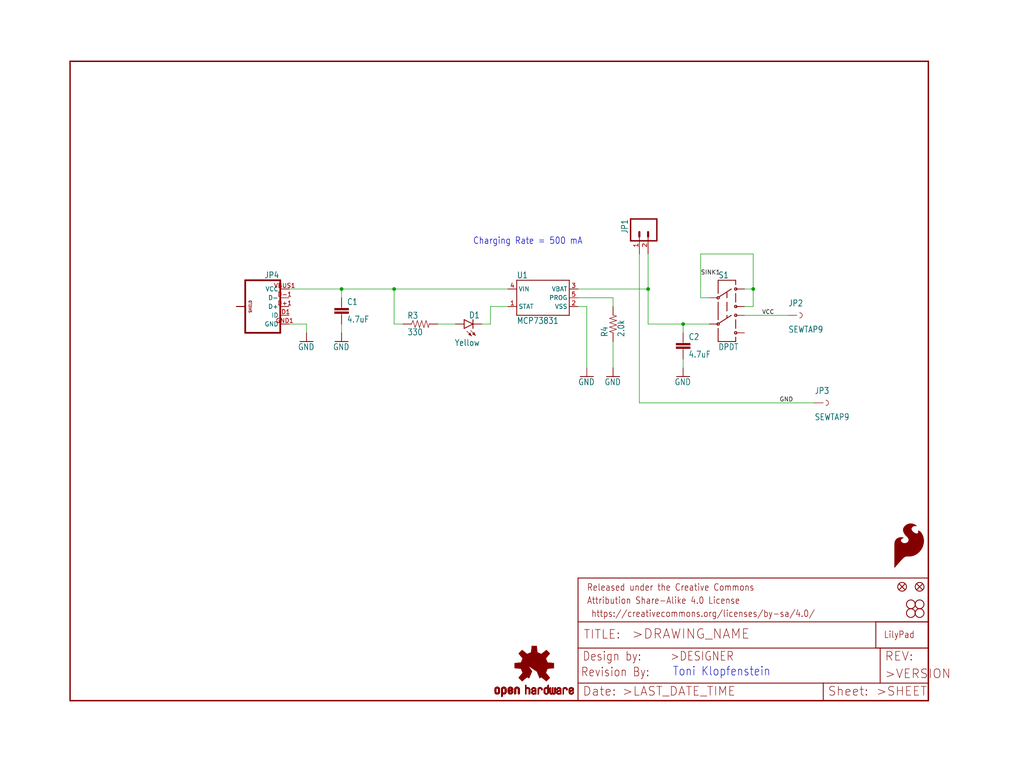
<source format=kicad_sch>
(kicad_sch (version 20211123) (generator eeschema)
  (paper "User" 297.002 223.926)
  (lib_symbols
    (symbol "eagleSchem-eagle-import:2.0KOHM1{slash}10W5%(0603)"
      (property "Reference" "R" (at -3.81 1.4986 0))
      (property "Value" "2.0KOHM1{slash}10W5%(0603)" (at -3.81 -3.302 0))
      (symbol "2.0KOHM1{slash}10W5%(0603)_1_0"
        (pin passive line (at -5.08 0 0) (length 2.54) (name "1") (number "1"))
        (pin passive line (at 5.08 0 180) (length 2.54) (name "2") (number "2"))
      )
    )
    (symbol "eagleSchem-eagle-import:330OHM1{slash}10W1%(0603)"
      (property "Reference" "R" (at -3.81 1.4986 0))
      (property "Value" "330OHM1{slash}10W1%(0603)" (at -3.81 -3.302 0))
      (symbol "330OHM1{slash}10W1%(0603)_1_0"
        (pin passive line (at -5.08 0 0) (length 2.54) (name "1") (number "1"))
        (pin passive line (at 5.08 0 180) (length 2.54) (name "2") (number "2"))
      )
    )
    (symbol "eagleSchem-eagle-import:4.7UF-6.3V-10%(0603)0603"
      (property "Reference" "C" (at 1.524 2.921 0))
      (property "Value" "4.7UF-6.3V-10%(0603)0603" (at 1.524 -2.159 0))
      (symbol "4.7UF-6.3V-10%(0603)0603_1_0"
        (pin passive line (at 0 5.08 270) (length 2.54) (name "1") (number "1"))
        (pin passive line (at 0 -2.54 90) (length 2.54) (name "2") (number "2"))
      )
    )
    (symbol "eagleSchem-eagle-import:FIDUCIAL1X2")
    (symbol "eagleSchem-eagle-import:FRAME-LETTER"
      (symbol "FRAME-LETTER_2_0"
        (text " https://creativecommons.org/licenses/by-sa/4.0/" (at 2.54 24.13 0) (effects (font (size 1.9304 1.6408)) (justify left bottom)))
        (text ">DESIGNER" (at 26.67 11.43 0) (effects (font (size 2.54 2.159)) (justify left bottom)))
        (text ">DRAWING_NAME" (at 15.494 17.78 0) (effects (font (size 2.7432 2.7432)) (justify left bottom)))
        (text ">LAST_DATE_TIME" (at 12.7 1.27 0) (effects (font (size 2.54 2.54)) (justify left bottom)))
        (text ">SHEET" (at 86.36 1.27 0) (effects (font (size 2.54 2.54)) (justify left bottom)))
        (text ">VERSION" (at 88.9 6.35 0) (effects (font (size 2.54 2.54)) (justify left bottom)))
        (text "Attribution Share-Alike 4.0 License" (at 2.54 27.94 0) (effects (font (size 1.9304 1.6408)) (justify left bottom)))
        (text "Date:" (at 1.27 1.27 0) (effects (font (size 2.54 2.54)) (justify left bottom)))
        (text "Design by:" (at 1.27 11.43 0) (effects (font (size 2.54 2.159)) (justify left bottom)))
        (text "Released under the Creative Commons" (at 2.54 31.75 0) (effects (font (size 1.9304 1.6408)) (justify left bottom)))
        (text "REV:" (at 88.9 11.43 0) (effects (font (size 2.54 2.54)) (justify left bottom)))
        (text "Sheet:" (at 72.39 1.27 0) (effects (font (size 2.54 2.54)) (justify left bottom)))
        (text "TITLE:" (at 1.524 17.78 0) (effects (font (size 2.54 2.54)) (justify left bottom)))
      )
    )
    (symbol "eagleSchem-eagle-import:GND" (power)
      (property "Value" "GND" (at -2.54 -2.54 0))
      (symbol "GND_1_0"
        (pin power_in line (at 0 2.54 270) (length 2.54) (name "GND") (number "1"))
      )
    )
    (symbol "eagleSchem-eagle-import:LED-YELLOW0603"
      (property "Reference" "D" (at 3.556 -4.572 90))
      (property "Value" "LED-YELLOW0603" (at 5.715 -4.572 90))
      (symbol "LED-YELLOW0603_1_0"
        (pin passive line (at 0 2.54 270) (length 2.54) (name "A") (number "A"))
        (pin passive line (at 0 -5.08 90) (length 2.54) (name "C") (number "C"))
      )
    )
    (symbol "eagleSchem-eagle-import:LOGO-LPLP"
      (symbol "LOGO-LPLP_1_0"
        (text "LilyPad" (at -0.254 0.254 0) (effects (font (size 1.9304 1.6408)) (justify left bottom)))
      )
    )
    (symbol "eagleSchem-eagle-import:M02-JST-2MM-SMT"
      (property "Reference" "JP" (at -2.54 5.842 0))
      (property "Value" "M02-JST-2MM-SMT" (at -2.54 -5.08 0))
      (symbol "M02-JST-2MM-SMT_1_0"
        (pin passive line (at 7.62 2.54 180) (length 5.08) (name "2") (number "1"))
        (pin passive line (at 7.62 0 180) (length 5.08) (name "1") (number "2"))
      )
    )
    (symbol "eagleSchem-eagle-import:MCP73831"
      (property "Reference" "U" (at -7.62 5.588 0))
      (property "Value" "MCP73831" (at -7.62 -7.62 0))
      (symbol "MCP73831_1_0"
        (pin output line (at -10.16 -2.54 0) (length 2.54) (name "STAT") (number "1"))
        (pin power_in line (at 10.16 -2.54 180) (length 2.54) (name "VSS") (number "2"))
        (pin power_in line (at 10.16 2.54 180) (length 2.54) (name "VBAT") (number "3"))
        (pin power_in line (at -10.16 2.54 0) (length 2.54) (name "VIN") (number "4"))
        (pin input line (at 10.16 0 180) (length 2.54) (name "PROG") (number "5"))
      )
    )
    (symbol "eagleSchem-eagle-import:OSHW-LOGOS")
    (symbol "eagleSchem-eagle-import:REVISION"
      (symbol "REVISION_1_0"
        (text "Revision By: " (at 0 0 0) (effects (font (size 2.54 2.159)) (justify left bottom)))
      )
    )
    (symbol "eagleSchem-eagle-import:SEW-HOLE-NO-PAD")
    (symbol "eagleSchem-eagle-import:SEWTAP9"
      (property "Reference" "JP" (at -2.54 2.54 0))
      (property "Value" "SEWTAP9" (at -2.54 -5.08 0))
      (symbol "SEWTAP9_1_0"
        (pin bidirectional line (at -2.54 0 180) (length 0) (name "1") (number "1"))
      )
    )
    (symbol "eagleSchem-eagle-import:SFE_LOGO_FLAME.1_INCH")
    (symbol "eagleSchem-eagle-import:SWITCH-DPDTAYZ0202"
      (property "Reference" "S" (at -2.54 8.128 0))
      (property "Value" "SWITCH-DPDTAYZ0202" (at -2.54 -12.7 0))
      (symbol "SWITCH-DPDTAYZ0202_1_0"
        (pin bidirectional line (at 5.08 5.08 180) (length 2.54) (name "1") (number "1"))
        (pin bidirectional line (at -5.08 2.54 0) (length 2.54) (name "2") (number "2"))
        (pin bidirectional line (at 5.08 0 180) (length 2.54) (name "3") (number "3"))
        (pin bidirectional line (at 5.08 -2.54 180) (length 2.54) (name "4") (number "4"))
        (pin bidirectional line (at -5.08 -5.08 0) (length 2.54) (name "5") (number "5"))
        (pin bidirectional line (at 5.08 -7.62 180) (length 2.54) (name "6") (number "6"))
      )
    )
    (symbol "eagleSchem-eagle-import:USB_MICROB_PLUGCONN-11752"
      (property "Reference" "JP" (at -4.826 8.128 0))
      (property "Value" "USB_MICROB_PLUGCONN-11752" (at -5.08 -9.906 0))
      (symbol "USB_MICROB_PLUGCONN-11752_1_0"
        (text "SHIELD" (at 4.064 0 900) (effects (font (size 0.8128 0.6908)) (justify bottom)))
        (pin bidirectional line (at -7.62 0 0) (length 2.54) (name "D+") (number "D+1"))
        (pin bidirectional line (at -7.62 2.54 0) (length 2.54) (name "D-") (number "D-1"))
        (pin bidirectional line (at -7.62 -5.08 0) (length 2.54) (name "GND") (number "GND1"))
        (pin bidirectional line (at -7.62 -2.54 0) (length 2.54) (name "ID") (number "ID1"))
        (pin bidirectional line (at 7.62 0 180) (length 2.54) (name "SHIELD") (number "SHIELD1"))
        (pin bidirectional line (at 7.62 0 180) (length 2.54) (name "SHIELD") (number "SHIELD2"))
        (pin bidirectional line (at 7.62 0 180) (length 2.54) (name "SHIELD") (number "SHIELD3"))
        (pin bidirectional line (at -7.62 5.08 0) (length 2.54) (name "VCC") (number "VBUS1"))
      )
    )
  )
  (junction (at 99.06 83.82))
  (junction (at 187.96 83.82))
  (junction (at 198.12 93.98))
  (junction (at 114.3 83.82))
  (junction (at 218.44 83.82))
  (wire (pts (xy 99.06 83.82) (xy 114.3 83.82)))
  (wire (pts (xy 185.42 116.84) (xy 185.42 73.66)))
  (wire (pts (xy 99.06 83.82) (xy 99.06 86.36)))
  (wire (pts (xy 147.32 88.9) (xy 142.24 88.9)))
  (wire (pts (xy 218.44 73.66) (xy 203.2 73.66)))
  (wire (pts (xy 170.18 88.9) (xy 170.18 106.68)))
  (wire (pts (xy 167.64 86.36) (xy 177.8 86.36)))
  (wire (pts (xy 83.82 93.98) (xy 88.9 93.98)))
  (wire (pts (xy 198.12 93.98) (xy 198.12 96.52)))
  (wire (pts (xy 177.8 99.06) (xy 177.8 106.68)))
  (wire (pts (xy 167.64 88.9) (xy 170.18 88.9)))
  (wire (pts (xy 198.12 93.98) (xy 205.74 93.98)))
  (wire (pts (xy 99.06 93.98) (xy 99.06 96.52)))
  (wire (pts (xy 215.9 91.44) (xy 228.6 91.44)))
  (wire (pts (xy 132.08 93.98) (xy 127 93.98)))
  (wire (pts (xy 185.42 116.84) (xy 236.22 116.84)))
  (wire (pts (xy 187.96 73.66) (xy 187.96 83.82)))
  (wire (pts (xy 187.96 93.98) (xy 198.12 93.98)))
  (wire (pts (xy 167.64 83.82) (xy 187.96 83.82)))
  (wire (pts (xy 177.8 86.36) (xy 177.8 88.9)))
  (wire (pts (xy 114.3 93.98) (xy 114.3 83.82)))
  (wire (pts (xy 203.2 73.66) (xy 203.2 86.36)))
  (wire (pts (xy 187.96 83.82) (xy 187.96 93.98)))
  (wire (pts (xy 116.84 93.98) (xy 114.3 93.98)))
  (wire (pts (xy 142.24 93.98) (xy 139.7 93.98)))
  (wire (pts (xy 88.9 93.98) (xy 88.9 96.52)))
  (wire (pts (xy 215.9 88.9) (xy 218.44 88.9)))
  (wire (pts (xy 114.3 83.82) (xy 147.32 83.82)))
  (wire (pts (xy 215.9 83.82) (xy 218.44 83.82)))
  (wire (pts (xy 83.82 83.82) (xy 99.06 83.82)))
  (wire (pts (xy 218.44 83.82) (xy 218.44 73.66)))
  (wire (pts (xy 198.12 104.14) (xy 198.12 106.68)))
  (wire (pts (xy 218.44 88.9) (xy 218.44 83.82)))
  (wire (pts (xy 142.24 88.9) (xy 142.24 93.98)))
  (wire (pts (xy 203.2 86.36) (xy 205.74 86.36)))
  (text "Toni Klopfenstein" (at 195.072 196.342 180) (effects (font (size 2.54 2.159)) (justify left bottom)))
  (text "Charging Rate = 500 mA" (at 137.16 71.12 180) (effects (font (size 1.9304 1.6408)) (justify left bottom)))
  (label "SINK1" (at 203.2 80.01 0) (effects (font (size 1.2446 1.2446))))
  (label "VCC" (at 220.98 91.44 0) (effects (font (size 1.1735 1.1735))))
  (label "GND" (at 226.06 116.84 0) (effects (font (size 1.2446 1.2446))))
  (symbol (lib_id "eagleSchem-eagle-import:LED-YELLOW0603") (at 134.62 93.98 90) (unit 1)
    (property "Reference" "D1" (at 139.192 90.424 90) (effects (font (size 1.778 1.5113)) (justify left bottom)))
    (property "Value" "Yellow" (at 139.192 98.425 90) (effects (font (size 1.778 1.5113)) (justify left bottom)))
    (property "Footprint" "eagleSchem:LED-0603" (effects hide))
  )
  (symbol (lib_id "eagleSchem-eagle-import:SEW-HOLE-NO-PAD") (at 264.16 175.26 0) (unit 1)
    (property "Reference" "STANDOFF2" (effects hide))
    (property "Value" "SEW-HOLE-NO-PAD" (effects hide))
    (property "Footprint" "eagleSchem:SEW-HOLE-NO-PAD" (effects hide))
  )
  (symbol (lib_id "eagleSchem-eagle-import:GND") (at 177.8 109.22 0) (unit 1)
    (property "Reference" "#GND5" (effects hide))
    (property "Value" "GND" (at 175.26 111.76 0) (effects (font (size 1.778 1.5113)) (justify left bottom)))
    (property "Footprint" "eagleSchem:" (effects hide))
  )
  (symbol (lib_id "eagleSchem-eagle-import:4.7UF-6.3V-10%(0603)0603") (at 198.12 101.6 0) (unit 1)
    (property "Reference" "C2" (at 199.644 98.679 0) (effects (font (size 1.778 1.5113)) (justify left bottom)))
    (property "Value" "4.7uF" (at 199.644 103.759 0) (effects (font (size 1.778 1.5113)) (justify left bottom)))
    (property "Footprint" "eagleSchem:0603-CAP" (effects hide))
  )
  (symbol (lib_id "eagleSchem-eagle-import:SWITCH-DPDTAYZ0202") (at 210.82 88.9 0) (unit 1)
    (property "Reference" "S1" (at 208.28 80.772 0) (effects (font (size 1.778 1.5113)) (justify left bottom)))
    (property "Value" "DPDT" (at 208.28 101.6 0) (effects (font (size 1.778 1.5113)) (justify left bottom)))
    (property "Footprint" "eagleSchem:AYZ0202" (effects hide))
  )
  (symbol (lib_id "eagleSchem-eagle-import:GND") (at 170.18 109.22 0) (unit 1)
    (property "Reference" "#GND3" (effects hide))
    (property "Value" "GND" (at 167.64 111.76 0) (effects (font (size 1.778 1.5113)) (justify left bottom)))
    (property "Footprint" "eagleSchem:" (effects hide))
  )
  (symbol (lib_id "eagleSchem-eagle-import:FIDUCIAL1X2") (at 266.7 170.18 0) (unit 1)
    (property "Reference" "FID1" (effects hide))
    (property "Value" "FIDUCIAL1X2" (effects hide))
    (property "Footprint" "eagleSchem:FIDUCIAL-1X2" (effects hide))
  )
  (symbol (lib_id "eagleSchem-eagle-import:330OHM1{slash}10W1%(0603)") (at 121.92 93.98 0) (unit 1)
    (property "Reference" "R3" (at 118.11 92.4814 0) (effects (font (size 1.778 1.5113)) (justify left bottom)))
    (property "Value" "330" (at 118.11 97.282 0) (effects (font (size 1.778 1.5113)) (justify left bottom)))
    (property "Footprint" "eagleSchem:0603-RES" (effects hide))
  )
  (symbol (lib_id "eagleSchem-eagle-import:GND") (at 99.06 99.06 0) (unit 1)
    (property "Reference" "#GND2" (effects hide))
    (property "Value" "GND" (at 96.52 101.6 0) (effects (font (size 1.778 1.5113)) (justify left bottom)))
    (property "Footprint" "eagleSchem:" (effects hide))
  )
  (symbol (lib_id "eagleSchem-eagle-import:OSHW-LOGOS") (at 154.94 193.04 0) (unit 1)
    (property "Reference" "U$5" (effects hide))
    (property "Value" "OSHW-LOGOS" (effects hide))
    (property "Footprint" "eagleSchem:OSHW-LOGO-S" (effects hide))
  )
  (symbol (lib_id "eagleSchem-eagle-import:LOGO-LPLP") (at 256.54 185.42 0) (unit 1)
    (property "Reference" "U$1" (effects hide))
    (property "Value" "LOGO-LPLP" (effects hide))
    (property "Footprint" "eagleSchem:LOGO-LILYPAD" (effects hide))
  )
  (symbol (lib_id "eagleSchem-eagle-import:FRAME-LETTER") (at 20.32 203.2 0) (unit 1)
    (property "Reference" "FRAME1" (effects hide))
    (property "Value" "FRAME-LETTER" (effects hide))
    (property "Footprint" "eagleSchem:CREATIVE_COMMONS" (effects hide))
    (property "Value" "FRAME-LETTER" (effects hide))
    (property "Value" "FRAME-LETTER" (effects hide))
  )
  (symbol (lib_id "eagleSchem-eagle-import:GND") (at 198.12 109.22 0) (unit 1)
    (property "Reference" "#GND4" (effects hide))
    (property "Value" "GND" (at 195.58 111.76 0) (effects (font (size 1.778 1.5113)) (justify left bottom)))
    (property "Footprint" "eagleSchem:" (effects hide))
  )
  (symbol (lib_id "eagleSchem-eagle-import:SEW-HOLE-NO-PAD") (at 266.7 177.8 0) (unit 1)
    (property "Reference" "STANDOFF4" (effects hide))
    (property "Value" "SEW-HOLE-NO-PAD" (effects hide))
    (property "Footprint" "eagleSchem:SEW-HOLE-NO-PAD" (effects hide))
  )
  (symbol (lib_id "eagleSchem-eagle-import:GND") (at 88.9 99.06 0) (unit 1)
    (property "Reference" "#GND1" (effects hide))
    (property "Value" "GND" (at 86.36 101.6 0) (effects (font (size 1.778 1.5113)) (justify left bottom)))
    (property "Footprint" "eagleSchem:" (effects hide))
  )
  (symbol (lib_id "eagleSchem-eagle-import:SEWTAP9") (at 238.76 116.84 0) (unit 1)
    (property "Reference" "JP3" (at 236.22 114.3 0) (effects (font (size 1.778 1.5113)) (justify left bottom)))
    (property "Value" "SEWTAP9" (at 236.22 121.92 0) (effects (font (size 1.778 1.5113)) (justify left bottom)))
    (property "Footprint" "eagleSchem:PETAL-LONG-1-2SIDE" (effects hide))
  )
  (symbol (lib_id "eagleSchem-eagle-import:FIDUCIAL1X2") (at 261.62 170.18 0) (unit 1)
    (property "Reference" "FID2" (effects hide))
    (property "Value" "FIDUCIAL1X2" (effects hide))
    (property "Footprint" "eagleSchem:FIDUCIAL-1X2" (effects hide))
  )
  (symbol (lib_id "eagleSchem-eagle-import:SEW-HOLE-NO-PAD") (at 266.7 175.26 0) (unit 1)
    (property "Reference" "STANDOFF1" (effects hide))
    (property "Value" "SEW-HOLE-NO-PAD" (effects hide))
    (property "Footprint" "eagleSchem:SEW-HOLE-NO-PAD" (effects hide))
  )
  (symbol (lib_id "eagleSchem-eagle-import:MCP73831") (at 157.48 86.36 0) (unit 1)
    (property "Reference" "U1" (at 149.86 80.772 0) (effects (font (size 1.778 1.5113)) (justify left bottom)))
    (property "Value" "MCP73831" (at 149.86 93.98 0) (effects (font (size 1.778 1.5113)) (justify left bottom)))
    (property "Footprint" "eagleSchem:SOT23-5" (effects hide))
  )
  (symbol (lib_id "eagleSchem-eagle-import:SEW-HOLE-NO-PAD") (at 264.16 177.8 0) (unit 1)
    (property "Reference" "STANDOFF3" (effects hide))
    (property "Value" "SEW-HOLE-NO-PAD" (effects hide))
    (property "Footprint" "eagleSchem:SEW-HOLE-NO-PAD" (effects hide))
  )
  (symbol (lib_id "eagleSchem-eagle-import:REVISION") (at 168.402 196.342 0) (unit 1)
    (property "Reference" "U$6" (effects hide))
    (property "Value" "REVISION" (effects hide))
    (property "Footprint" "eagleSchem:REVISION" (effects hide))
  )
  (symbol (lib_id "eagleSchem-eagle-import:2.0KOHM1{slash}10W5%(0603)") (at 177.8 93.98 90) (unit 1)
    (property "Reference" "R4" (at 176.3014 97.79 0) (effects (font (size 1.778 1.5113)) (justify left bottom)))
    (property "Value" "2.0k" (at 181.102 97.79 0) (effects (font (size 1.778 1.5113)) (justify left bottom)))
    (property "Footprint" "eagleSchem:0603-RES" (effects hide))
  )
  (symbol (lib_id "eagleSchem-eagle-import:SFE_LOGO_FLAME.1_INCH") (at 259.08 165.1 0) (unit 1)
    (property "Reference" "JP5" (effects hide))
    (property "Value" "SFE_LOGO_FLAME.1_INCH" (effects hide))
    (property "Footprint" "eagleSchem:SFE_LOGO_FLAME_.1" (effects hide))
  )
  (symbol (lib_id "eagleSchem-eagle-import:USB_MICROB_PLUGCONN-11752") (at 76.2 88.9 0) (mirror y) (unit 1)
    (property "Reference" "JP4" (at 81.026 80.772 0) (effects (font (size 1.778 1.5113)) (justify left bottom)))
    (property "Value" "USB_MICROB_PLUGCONN-11752" (effects hide))
    (property "Footprint" "eagleSchem:USB-B-MICRO-SMD_V03" (effects hide))
  )
  (symbol (lib_id "eagleSchem-eagle-import:SEWTAP9") (at 231.14 91.44 0) (unit 1)
    (property "Reference" "JP2" (at 228.6 88.9 0) (effects (font (size 1.778 1.5113)) (justify left bottom)))
    (property "Value" "SEWTAP9" (at 228.6 96.52 0) (effects (font (size 1.778 1.5113)) (justify left bottom)))
    (property "Footprint" "eagleSchem:PETAL-LONG-1-2SIDE" (effects hide))
  )
  (symbol (lib_id "eagleSchem-eagle-import:M02-JST-2MM-SMT") (at 187.96 66.04 90) (mirror x) (unit 1)
    (property "Reference" "JP1" (at 182.118 63.5 0) (effects (font (size 1.778 1.5113)) (justify left bottom)))
    (property "Value" "M02-JST-2MM-SMT" (effects hide))
    (property "Footprint" "eagleSchem:JST-2-SMD" (effects hide))
  )
  (symbol (lib_id "eagleSchem-eagle-import:4.7UF-6.3V-10%(0603)0603") (at 99.06 91.44 0) (unit 1)
    (property "Reference" "C1" (at 100.584 88.519 0) (effects (font (size 1.778 1.5113)) (justify left bottom)))
    (property "Value" "4.7uF" (at 100.584 93.599 0) (effects (font (size 1.778 1.5113)) (justify left bottom)))
    (property "Footprint" "eagleSchem:0603-CAP" (effects hide))
  )
  (symbol (lib_id "eagleSchem-eagle-import:FRAME-LETTER") (at 167.64 203.2 0) (unit 2)
    (property "Reference" "FRAME1" (effects hide))
    (property "Value" "FRAME-LETTER" (effects hide))
    (property "Footprint" "eagleSchem:CREATIVE_COMMONS" (effects hide))
    (property "Value" "FRAME-LETTER" (effects hide))
    (property "Value" "FRAME-LETTER" (effects hide))
  )
)
</source>
